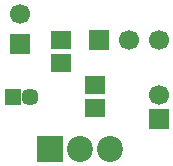
<source format=gbr>
G04 DipTrace 3.2.0.1*
G04 TopMask.gbr*
%MOMM*%
G04 #@! TF.FileFunction,Soldermask,Top*
G04 #@! TF.Part,Single*
%ADD32R,1.7X1.5*%
%ADD34C,2.2*%
%ADD36R,2.2X2.2*%
%ADD38R,1.7X1.7*%
%ADD40C,1.7*%
%ADD42C,1.45*%
%ADD44R,1.45X1.45*%
%FSLAX35Y35*%
G04*
G71*
G90*
G75*
G01*
G04 TopMask*
%LPD*%
D44*
X349250Y2444750D3*
D42*
X499250D3*
D40*
X412750Y3143250D3*
D38*
Y2889250D3*
X1587500Y2254250D3*
D40*
Y2454250D3*
D36*
X666750Y2000250D3*
D34*
X920750D3*
X1174750D3*
D38*
X1079500Y2921000D3*
D40*
X1333500D3*
X1587500D3*
D32*
X1047750Y2540000D3*
Y2350000D3*
X762000Y2730500D3*
Y2920500D3*
M02*

</source>
